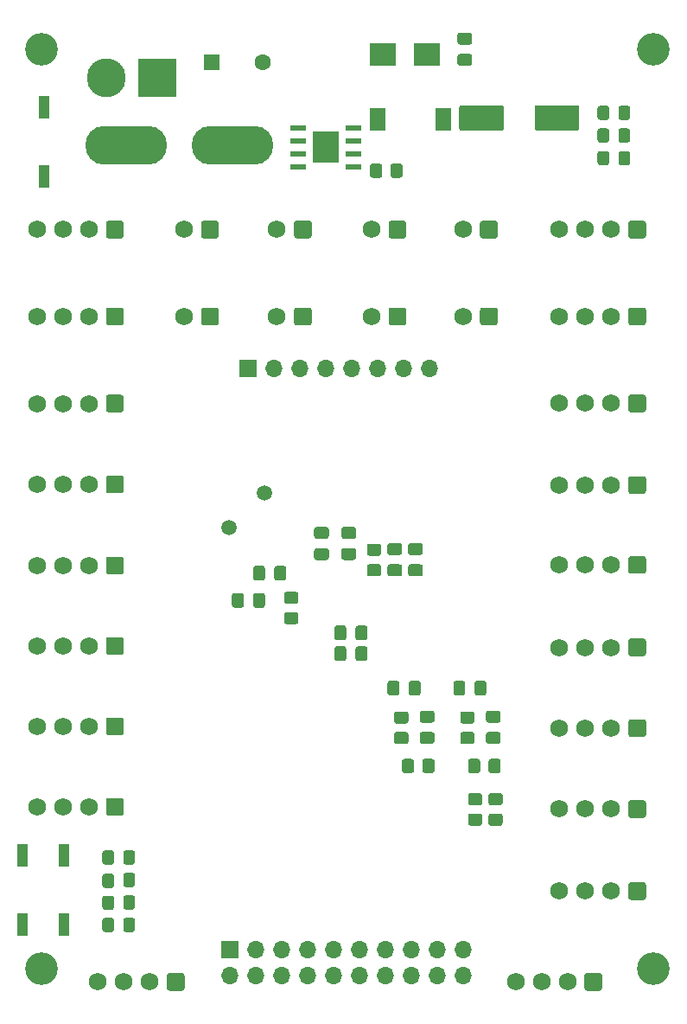
<source format=gts>
G04 #@! TF.GenerationSoftware,KiCad,Pcbnew,(5.1.10)-1*
G04 #@! TF.CreationDate,2021-09-30T10:00:51+08:00*
G04 #@! TF.ProjectId,internal_mainboard_V2.2,696e7465-726e-4616-9c5f-6d61696e626f,rev?*
G04 #@! TF.SameCoordinates,Original*
G04 #@! TF.FileFunction,Soldermask,Top*
G04 #@! TF.FilePolarity,Negative*
%FSLAX46Y46*%
G04 Gerber Fmt 4.6, Leading zero omitted, Abs format (unit mm)*
G04 Created by KiCad (PCBNEW (5.1.10)-1) date 2021-09-30 10:00:51*
%MOMM*%
%LPD*%
G01*
G04 APERTURE LIST*
%ADD10C,1.740000*%
%ADD11R,1.700000X1.700000*%
%ADD12O,1.700000X1.700000*%
%ADD13C,1.500000*%
%ADD14C,3.200000*%
%ADD15R,2.600000X3.100000*%
%ADD16R,1.550000X0.600000*%
%ADD17R,1.120000X2.160000*%
%ADD18R,1.500000X2.200000*%
%ADD19R,3.800000X3.800000*%
%ADD20C,3.800000*%
%ADD21O,8.000000X3.800000*%
%ADD22R,2.500000X2.300000*%
%ADD23R,1.600000X1.600000*%
%ADD24C,1.600000*%
G04 APERTURE END LIST*
G36*
G01*
X213722000Y-94884559D02*
X213722000Y-96123441D01*
G75*
G02*
X213471441Y-96374000I-250559J0D01*
G01*
X212232559Y-96374000D01*
G75*
G02*
X211982000Y-96123441I0J250559D01*
G01*
X211982000Y-94884559D01*
G75*
G02*
X212232559Y-94634000I250559J0D01*
G01*
X213471441Y-94634000D01*
G75*
G02*
X213722000Y-94884559I0J-250559D01*
G01*
G37*
D10*
X210312000Y-95504000D03*
X207772000Y-95504000D03*
X205232000Y-95504000D03*
G36*
G01*
X223041000Y-54751999D02*
X223041000Y-55992001D01*
G75*
G02*
X222791001Y-56242000I-249999J0D01*
G01*
X221550999Y-56242000D01*
G75*
G02*
X221301000Y-55992001I0J249999D01*
G01*
X221301000Y-54751999D01*
G75*
G02*
X221550999Y-54502000I249999J0D01*
G01*
X222791001Y-54502000D01*
G75*
G02*
X223041000Y-54751999I0J-249999D01*
G01*
G37*
X219631000Y-55372000D03*
G36*
G01*
X250377000Y-54751999D02*
X250377000Y-55992001D01*
G75*
G02*
X250127001Y-56242000I-249999J0D01*
G01*
X248886999Y-56242000D01*
G75*
G02*
X248637000Y-55992001I0J249999D01*
G01*
X248637000Y-54751999D01*
G75*
G02*
X248886999Y-54502000I249999J0D01*
G01*
X250127001Y-54502000D01*
G75*
G02*
X250377000Y-54751999I0J-249999D01*
G01*
G37*
X246967000Y-55372000D03*
G36*
G01*
X250377000Y-46242999D02*
X250377000Y-47483001D01*
G75*
G02*
X250127001Y-47733000I-249999J0D01*
G01*
X248886999Y-47733000D01*
G75*
G02*
X248637000Y-47483001I0J249999D01*
G01*
X248637000Y-46242999D01*
G75*
G02*
X248886999Y-45993000I249999J0D01*
G01*
X250127001Y-45993000D01*
G75*
G02*
X250377000Y-46242999I0J-249999D01*
G01*
G37*
X246967000Y-46863000D03*
G36*
G01*
X264903000Y-87145494D02*
X264903000Y-88384376D01*
G75*
G02*
X264652441Y-88634935I-250559J0D01*
G01*
X263413559Y-88634935D01*
G75*
G02*
X263163000Y-88384376I0J250559D01*
G01*
X263163000Y-87145494D01*
G75*
G02*
X263413559Y-86894935I250559J0D01*
G01*
X264652441Y-86894935D01*
G75*
G02*
X264903000Y-87145494I0J-250559D01*
G01*
G37*
X261493000Y-87764935D03*
X258953000Y-87764935D03*
X256413000Y-87764935D03*
G36*
G01*
X264903000Y-79073059D02*
X264903000Y-80311941D01*
G75*
G02*
X264652441Y-80562500I-250559J0D01*
G01*
X263413559Y-80562500D01*
G75*
G02*
X263163000Y-80311941I0J250559D01*
G01*
X263163000Y-79073059D01*
G75*
G02*
X263413559Y-78822500I250559J0D01*
G01*
X264652441Y-78822500D01*
G75*
G02*
X264903000Y-79073059I0J-250559D01*
G01*
G37*
X261493000Y-79692500D03*
X258953000Y-79692500D03*
X256413000Y-79692500D03*
G36*
G01*
X264903000Y-102972868D02*
X264903000Y-104211750D01*
G75*
G02*
X264652441Y-104462309I-250559J0D01*
G01*
X263413559Y-104462309D01*
G75*
G02*
X263163000Y-104211750I0J250559D01*
G01*
X263163000Y-102972868D01*
G75*
G02*
X263413559Y-102722309I250559J0D01*
G01*
X264652441Y-102722309D01*
G75*
G02*
X264903000Y-102972868I0J-250559D01*
G01*
G37*
X261493000Y-103592309D03*
X258953000Y-103592309D03*
X256413000Y-103592309D03*
D11*
X224155000Y-117348000D03*
D12*
X224155000Y-119888000D03*
X226695000Y-117348000D03*
X226695000Y-119888000D03*
X229235000Y-117348000D03*
X229235000Y-119888000D03*
X231775000Y-117348000D03*
X231775000Y-119888000D03*
X234315000Y-117348000D03*
X234315000Y-119888000D03*
X236855000Y-117348000D03*
X236855000Y-119888000D03*
X239395000Y-117348000D03*
X239395000Y-119888000D03*
X241935000Y-117348000D03*
X241935000Y-119888000D03*
X244475000Y-117348000D03*
X244475000Y-119888000D03*
X247015000Y-117348000D03*
X247015000Y-119888000D03*
G36*
G01*
X248611001Y-103232000D02*
X247710999Y-103232000D01*
G75*
G02*
X247461000Y-102982001I0J249999D01*
G01*
X247461000Y-102281999D01*
G75*
G02*
X247710999Y-102032000I249999J0D01*
G01*
X248611001Y-102032000D01*
G75*
G02*
X248861000Y-102281999I0J-249999D01*
G01*
X248861000Y-102982001D01*
G75*
G02*
X248611001Y-103232000I-249999J0D01*
G01*
G37*
G36*
G01*
X248611001Y-105232000D02*
X247710999Y-105232000D01*
G75*
G02*
X247461000Y-104982001I0J249999D01*
G01*
X247461000Y-104281999D01*
G75*
G02*
X247710999Y-104032000I249999J0D01*
G01*
X248611001Y-104032000D01*
G75*
G02*
X248861000Y-104281999I0J-249999D01*
G01*
X248861000Y-104982001D01*
G75*
G02*
X248611001Y-105232000I-249999J0D01*
G01*
G37*
G36*
G01*
X242184000Y-98927499D02*
X242184000Y-99827501D01*
G75*
G02*
X241934001Y-100077500I-249999J0D01*
G01*
X241233999Y-100077500D01*
G75*
G02*
X240984000Y-99827501I0J249999D01*
G01*
X240984000Y-98927499D01*
G75*
G02*
X241233999Y-98677500I249999J0D01*
G01*
X241934001Y-98677500D01*
G75*
G02*
X242184000Y-98927499I0J-249999D01*
G01*
G37*
G36*
G01*
X244184000Y-98927499D02*
X244184000Y-99827501D01*
G75*
G02*
X243934001Y-100077500I-249999J0D01*
G01*
X243233999Y-100077500D01*
G75*
G02*
X242984000Y-99827501I0J249999D01*
G01*
X242984000Y-98927499D01*
G75*
G02*
X243233999Y-98677500I249999J0D01*
G01*
X243934001Y-98677500D01*
G75*
G02*
X244184000Y-98927499I0J-249999D01*
G01*
G37*
G36*
G01*
X213722000Y-54752559D02*
X213722000Y-55991441D01*
G75*
G02*
X213471441Y-56242000I-250559J0D01*
G01*
X212232559Y-56242000D01*
G75*
G02*
X211982000Y-55991441I0J250559D01*
G01*
X211982000Y-54752559D01*
G75*
G02*
X212232559Y-54502000I250559J0D01*
G01*
X213471441Y-54502000D01*
G75*
G02*
X213722000Y-54752559I0J-250559D01*
G01*
G37*
D10*
X210312000Y-55372000D03*
X207772000Y-55372000D03*
X205232000Y-55372000D03*
D13*
X224028000Y-76073000D03*
X227478681Y-72622319D03*
D14*
X205635000Y-29238030D03*
X265634980Y-29238030D03*
X265634980Y-119238000D03*
X205635000Y-119238000D03*
D15*
X233553000Y-38796000D03*
D16*
X230853000Y-36891000D03*
X230853000Y-38161000D03*
X230853000Y-39431000D03*
X230853000Y-40701000D03*
X236253000Y-40701000D03*
X236253000Y-39431000D03*
X236253000Y-38161000D03*
X236253000Y-36891000D03*
D17*
X205930500Y-41655500D03*
X205930500Y-34925500D03*
X207899000Y-114871000D03*
X207899000Y-108141000D03*
X203771500Y-114871000D03*
X203771500Y-108141000D03*
G36*
G01*
X250611001Y-103232000D02*
X249710999Y-103232000D01*
G75*
G02*
X249461000Y-102982001I0J249999D01*
G01*
X249461000Y-102281999D01*
G75*
G02*
X249710999Y-102032000I249999J0D01*
G01*
X250611001Y-102032000D01*
G75*
G02*
X250861000Y-102281999I0J-249999D01*
G01*
X250861000Y-102982001D01*
G75*
G02*
X250611001Y-103232000I-249999J0D01*
G01*
G37*
G36*
G01*
X250611001Y-105232000D02*
X249710999Y-105232000D01*
G75*
G02*
X249461000Y-104982001I0J249999D01*
G01*
X249461000Y-104281999D01*
G75*
G02*
X249710999Y-104032000I249999J0D01*
G01*
X250611001Y-104032000D01*
G75*
G02*
X250861000Y-104281999I0J-249999D01*
G01*
X250861000Y-104982001D01*
G75*
G02*
X250611001Y-105232000I-249999J0D01*
G01*
G37*
G36*
G01*
X239058000Y-40650999D02*
X239058000Y-41551001D01*
G75*
G02*
X238808001Y-41801000I-249999J0D01*
G01*
X238107999Y-41801000D01*
G75*
G02*
X237858000Y-41551001I0J249999D01*
G01*
X237858000Y-40650999D01*
G75*
G02*
X238107999Y-40401000I249999J0D01*
G01*
X238808001Y-40401000D01*
G75*
G02*
X239058000Y-40650999I0J-249999D01*
G01*
G37*
G36*
G01*
X241058000Y-40650999D02*
X241058000Y-41551001D01*
G75*
G02*
X240808001Y-41801000I-249999J0D01*
G01*
X240107999Y-41801000D01*
G75*
G02*
X239858000Y-41551001I0J249999D01*
G01*
X239858000Y-40650999D01*
G75*
G02*
X240107999Y-40401000I249999J0D01*
G01*
X240808001Y-40401000D01*
G75*
G02*
X241058000Y-40650999I0J-249999D01*
G01*
G37*
G36*
G01*
X240468999Y-96041000D02*
X241369001Y-96041000D01*
G75*
G02*
X241619000Y-96290999I0J-249999D01*
G01*
X241619000Y-96991001D01*
G75*
G02*
X241369001Y-97241000I-249999J0D01*
G01*
X240468999Y-97241000D01*
G75*
G02*
X240219000Y-96991001I0J249999D01*
G01*
X240219000Y-96290999D01*
G75*
G02*
X240468999Y-96041000I249999J0D01*
G01*
G37*
G36*
G01*
X240468999Y-94041000D02*
X241369001Y-94041000D01*
G75*
G02*
X241619000Y-94290999I0J-249999D01*
G01*
X241619000Y-94991001D01*
G75*
G02*
X241369001Y-95241000I-249999J0D01*
G01*
X240468999Y-95241000D01*
G75*
G02*
X240219000Y-94991001I0J249999D01*
G01*
X240219000Y-94290999D01*
G75*
G02*
X240468999Y-94041000I249999J0D01*
G01*
G37*
G36*
G01*
X248661000Y-98927499D02*
X248661000Y-99827501D01*
G75*
G02*
X248411001Y-100077500I-249999J0D01*
G01*
X247710999Y-100077500D01*
G75*
G02*
X247461000Y-99827501I0J249999D01*
G01*
X247461000Y-98927499D01*
G75*
G02*
X247710999Y-98677500I249999J0D01*
G01*
X248411001Y-98677500D01*
G75*
G02*
X248661000Y-98927499I0J-249999D01*
G01*
G37*
G36*
G01*
X250661000Y-98927499D02*
X250661000Y-99827501D01*
G75*
G02*
X250411001Y-100077500I-249999J0D01*
G01*
X249710999Y-100077500D01*
G75*
G02*
X249461000Y-99827501I0J249999D01*
G01*
X249461000Y-98927499D01*
G75*
G02*
X249710999Y-98677500I249999J0D01*
G01*
X250411001Y-98677500D01*
G75*
G02*
X250661000Y-98927499I0J-249999D01*
G01*
G37*
G36*
G01*
X246945999Y-96041000D02*
X247846001Y-96041000D01*
G75*
G02*
X248096000Y-96290999I0J-249999D01*
G01*
X248096000Y-96991001D01*
G75*
G02*
X247846001Y-97241000I-249999J0D01*
G01*
X246945999Y-97241000D01*
G75*
G02*
X246696000Y-96991001I0J249999D01*
G01*
X246696000Y-96290999D01*
G75*
G02*
X246945999Y-96041000I249999J0D01*
G01*
G37*
G36*
G01*
X246945999Y-94041000D02*
X247846001Y-94041000D01*
G75*
G02*
X248096000Y-94290999I0J-249999D01*
G01*
X248096000Y-94991001D01*
G75*
G02*
X247846001Y-95241000I-249999J0D01*
G01*
X246945999Y-95241000D01*
G75*
G02*
X246696000Y-94991001I0J249999D01*
G01*
X246696000Y-94290999D01*
G75*
G02*
X246945999Y-94041000I249999J0D01*
G01*
G37*
G36*
G01*
X237801999Y-79609500D02*
X238702001Y-79609500D01*
G75*
G02*
X238952000Y-79859499I0J-249999D01*
G01*
X238952000Y-80559501D01*
G75*
G02*
X238702001Y-80809500I-249999J0D01*
G01*
X237801999Y-80809500D01*
G75*
G02*
X237552000Y-80559501I0J249999D01*
G01*
X237552000Y-79859499D01*
G75*
G02*
X237801999Y-79609500I249999J0D01*
G01*
G37*
G36*
G01*
X237801999Y-77609500D02*
X238702001Y-77609500D01*
G75*
G02*
X238952000Y-77859499I0J-249999D01*
G01*
X238952000Y-78559501D01*
G75*
G02*
X238702001Y-78809500I-249999J0D01*
G01*
X237801999Y-78809500D01*
G75*
G02*
X237552000Y-78559501I0J249999D01*
G01*
X237552000Y-77859499D01*
G75*
G02*
X237801999Y-77609500I249999J0D01*
G01*
G37*
G36*
G01*
X229695999Y-84316000D02*
X230596001Y-84316000D01*
G75*
G02*
X230846000Y-84565999I0J-249999D01*
G01*
X230846000Y-85266001D01*
G75*
G02*
X230596001Y-85516000I-249999J0D01*
G01*
X229695999Y-85516000D01*
G75*
G02*
X229446000Y-85266001I0J249999D01*
G01*
X229446000Y-84565999D01*
G75*
G02*
X229695999Y-84316000I249999J0D01*
G01*
G37*
G36*
G01*
X229695999Y-82316000D02*
X230596001Y-82316000D01*
G75*
G02*
X230846000Y-82565999I0J-249999D01*
G01*
X230846000Y-83266001D01*
G75*
G02*
X230596001Y-83516000I-249999J0D01*
G01*
X229695999Y-83516000D01*
G75*
G02*
X229446000Y-83266001I0J249999D01*
G01*
X229446000Y-82565999D01*
G75*
G02*
X229695999Y-82316000I249999J0D01*
G01*
G37*
D18*
X238608000Y-36091000D03*
X245008000Y-36091000D03*
G36*
G01*
X223041000Y-46242999D02*
X223041000Y-47483001D01*
G75*
G02*
X222791001Y-47733000I-249999J0D01*
G01*
X221550999Y-47733000D01*
G75*
G02*
X221301000Y-47483001I0J249999D01*
G01*
X221301000Y-46242999D01*
G75*
G02*
X221550999Y-45993000I249999J0D01*
G01*
X222791001Y-45993000D01*
G75*
G02*
X223041000Y-46242999I0J-249999D01*
G01*
G37*
D10*
X219631000Y-46863000D03*
G36*
G01*
X232153000Y-46242999D02*
X232153000Y-47483001D01*
G75*
G02*
X231903001Y-47733000I-249999J0D01*
G01*
X230662999Y-47733000D01*
G75*
G02*
X230413000Y-47483001I0J249999D01*
G01*
X230413000Y-46242999D01*
G75*
G02*
X230662999Y-45993000I249999J0D01*
G01*
X231903001Y-45993000D01*
G75*
G02*
X232153000Y-46242999I0J-249999D01*
G01*
G37*
X228743000Y-46863000D03*
D11*
X225933000Y-60452000D03*
D12*
X228473000Y-60452000D03*
X231013000Y-60452000D03*
X233553000Y-60452000D03*
X236093000Y-60452000D03*
X238633000Y-60452000D03*
X241173000Y-60452000D03*
X243713000Y-60452000D03*
G36*
G01*
X219691000Y-119888559D02*
X219691000Y-121127441D01*
G75*
G02*
X219440441Y-121378000I-250559J0D01*
G01*
X218201559Y-121378000D01*
G75*
G02*
X217951000Y-121127441I0J250559D01*
G01*
X217951000Y-119888559D01*
G75*
G02*
X218201559Y-119638000I250559J0D01*
G01*
X219440441Y-119638000D01*
G75*
G02*
X219691000Y-119888559I0J-250559D01*
G01*
G37*
D10*
X216281000Y-120508000D03*
X213741000Y-120508000D03*
X211201000Y-120508000D03*
D19*
X217043000Y-32004000D03*
D20*
X212043000Y-32004000D03*
G36*
G01*
X232153000Y-54751999D02*
X232153000Y-55992001D01*
G75*
G02*
X231903001Y-56242000I-249999J0D01*
G01*
X230662999Y-56242000D01*
G75*
G02*
X230413000Y-55992001I0J249999D01*
G01*
X230413000Y-54751999D01*
G75*
G02*
X230662999Y-54502000I249999J0D01*
G01*
X231903001Y-54502000D01*
G75*
G02*
X232153000Y-54751999I0J-249999D01*
G01*
G37*
D10*
X228743000Y-55372000D03*
G36*
G01*
X213722000Y-102758559D02*
X213722000Y-103997441D01*
G75*
G02*
X213471441Y-104248000I-250559J0D01*
G01*
X212232559Y-104248000D01*
G75*
G02*
X211982000Y-103997441I0J250559D01*
G01*
X211982000Y-102758559D01*
G75*
G02*
X212232559Y-102508000I250559J0D01*
G01*
X213471441Y-102508000D01*
G75*
G02*
X213722000Y-102758559I0J-250559D01*
G01*
G37*
X210312000Y-103378000D03*
X207772000Y-103378000D03*
X205232000Y-103378000D03*
G36*
G01*
X213722000Y-46243559D02*
X213722000Y-47482441D01*
G75*
G02*
X213471441Y-47733000I-250559J0D01*
G01*
X212232559Y-47733000D01*
G75*
G02*
X211982000Y-47482441I0J250559D01*
G01*
X211982000Y-46243559D01*
G75*
G02*
X212232559Y-45993000I250559J0D01*
G01*
X213471441Y-45993000D01*
G75*
G02*
X213722000Y-46243559I0J-250559D01*
G01*
G37*
X210312000Y-46863000D03*
X207772000Y-46863000D03*
X205232000Y-46863000D03*
G36*
G01*
X241408000Y-46242999D02*
X241408000Y-47483001D01*
G75*
G02*
X241158001Y-47733000I-249999J0D01*
G01*
X239917999Y-47733000D01*
G75*
G02*
X239668000Y-47483001I0J249999D01*
G01*
X239668000Y-46242999D01*
G75*
G02*
X239917999Y-45993000I249999J0D01*
G01*
X241158001Y-45993000D01*
G75*
G02*
X241408000Y-46242999I0J-249999D01*
G01*
G37*
X237998000Y-46863000D03*
G36*
G01*
X241408000Y-54751999D02*
X241408000Y-55992001D01*
G75*
G02*
X241158001Y-56242000I-249999J0D01*
G01*
X239917999Y-56242000D01*
G75*
G02*
X239668000Y-55992001I0J249999D01*
G01*
X239668000Y-54751999D01*
G75*
G02*
X239917999Y-54502000I249999J0D01*
G01*
X241158001Y-54502000D01*
G75*
G02*
X241408000Y-54751999I0J-249999D01*
G01*
G37*
X237998000Y-55372000D03*
G36*
G01*
X264903000Y-63261559D02*
X264903000Y-64500441D01*
G75*
G02*
X264652441Y-64751000I-250559J0D01*
G01*
X263413559Y-64751000D01*
G75*
G02*
X263163000Y-64500441I0J250559D01*
G01*
X263163000Y-63261559D01*
G75*
G02*
X263413559Y-63011000I250559J0D01*
G01*
X264652441Y-63011000D01*
G75*
G02*
X264903000Y-63261559I0J-250559D01*
G01*
G37*
X261493000Y-63881000D03*
X258953000Y-63881000D03*
X256413000Y-63881000D03*
G36*
G01*
X264903000Y-71262559D02*
X264903000Y-72501441D01*
G75*
G02*
X264652441Y-72752000I-250559J0D01*
G01*
X263413559Y-72752000D01*
G75*
G02*
X263163000Y-72501441I0J250559D01*
G01*
X263163000Y-71262559D01*
G75*
G02*
X263413559Y-71012000I250559J0D01*
G01*
X264652441Y-71012000D01*
G75*
G02*
X264903000Y-71262559I0J-250559D01*
G01*
G37*
X261493000Y-71882000D03*
X258953000Y-71882000D03*
X256413000Y-71882000D03*
G36*
G01*
X213722000Y-71191120D02*
X213722000Y-72430002D01*
G75*
G02*
X213471441Y-72680561I-250559J0D01*
G01*
X212232559Y-72680561D01*
G75*
G02*
X211982000Y-72430002I0J250559D01*
G01*
X211982000Y-71191120D01*
G75*
G02*
X212232559Y-70940561I250559J0D01*
G01*
X213471441Y-70940561D01*
G75*
G02*
X213722000Y-71191120I0J-250559D01*
G01*
G37*
X210312000Y-71810561D03*
X207772000Y-71810561D03*
X205232000Y-71810561D03*
G36*
G01*
X213722000Y-63277433D02*
X213722000Y-64516315D01*
G75*
G02*
X213471441Y-64766874I-250559J0D01*
G01*
X212232559Y-64766874D01*
G75*
G02*
X211982000Y-64516315I0J250559D01*
G01*
X211982000Y-63277433D01*
G75*
G02*
X212232559Y-63026874I250559J0D01*
G01*
X213471441Y-63026874D01*
G75*
G02*
X213722000Y-63277433I0J-250559D01*
G01*
G37*
X210312000Y-63896874D03*
X207772000Y-63896874D03*
X205232000Y-63896874D03*
G36*
G01*
X264903000Y-110998559D02*
X264903000Y-112237441D01*
G75*
G02*
X264652441Y-112488000I-250559J0D01*
G01*
X263413559Y-112488000D01*
G75*
G02*
X263163000Y-112237441I0J250559D01*
G01*
X263163000Y-110998559D01*
G75*
G02*
X263413559Y-110748000I250559J0D01*
G01*
X264652441Y-110748000D01*
G75*
G02*
X264903000Y-110998559I0J-250559D01*
G01*
G37*
X261493000Y-111618000D03*
X258953000Y-111618000D03*
X256413000Y-111618000D03*
G36*
G01*
X264903000Y-46243559D02*
X264903000Y-47482441D01*
G75*
G02*
X264652441Y-47733000I-250559J0D01*
G01*
X263413559Y-47733000D01*
G75*
G02*
X263163000Y-47482441I0J250559D01*
G01*
X263163000Y-46243559D01*
G75*
G02*
X263413559Y-45993000I250559J0D01*
G01*
X264652441Y-45993000D01*
G75*
G02*
X264903000Y-46243559I0J-250559D01*
G01*
G37*
X261493000Y-46863000D03*
X258953000Y-46863000D03*
X256413000Y-46863000D03*
G36*
G01*
X264903000Y-54752559D02*
X264903000Y-55991441D01*
G75*
G02*
X264652441Y-56242000I-250559J0D01*
G01*
X263413559Y-56242000D01*
G75*
G02*
X263163000Y-55991441I0J250559D01*
G01*
X263163000Y-54752559D01*
G75*
G02*
X263413559Y-54502000I250559J0D01*
G01*
X264652441Y-54502000D01*
G75*
G02*
X264903000Y-54752559I0J-250559D01*
G01*
G37*
X261493000Y-55372000D03*
X258953000Y-55372000D03*
X256413000Y-55372000D03*
G36*
G01*
X264903000Y-95059181D02*
X264903000Y-96298063D01*
G75*
G02*
X264652441Y-96548622I-250559J0D01*
G01*
X263413559Y-96548622D01*
G75*
G02*
X263163000Y-96298063I0J250559D01*
G01*
X263163000Y-95059181D01*
G75*
G02*
X263413559Y-94808622I250559J0D01*
G01*
X264652441Y-94808622D01*
G75*
G02*
X264903000Y-95059181I0J-250559D01*
G01*
G37*
X261493000Y-95678622D03*
X258953000Y-95678622D03*
X256413000Y-95678622D03*
G36*
G01*
X213722000Y-87010559D02*
X213722000Y-88249441D01*
G75*
G02*
X213471441Y-88500000I-250559J0D01*
G01*
X212232559Y-88500000D01*
G75*
G02*
X211982000Y-88249441I0J250559D01*
G01*
X211982000Y-87010559D01*
G75*
G02*
X212232559Y-86760000I250559J0D01*
G01*
X213471441Y-86760000D01*
G75*
G02*
X213722000Y-87010559I0J-250559D01*
G01*
G37*
X210312000Y-87630000D03*
X207772000Y-87630000D03*
X205232000Y-87630000D03*
G36*
G01*
X260607000Y-119888559D02*
X260607000Y-121127441D01*
G75*
G02*
X260356441Y-121378000I-250559J0D01*
G01*
X259117559Y-121378000D01*
G75*
G02*
X258867000Y-121127441I0J250559D01*
G01*
X258867000Y-119888559D01*
G75*
G02*
X259117559Y-119638000I250559J0D01*
G01*
X260356441Y-119638000D01*
G75*
G02*
X260607000Y-119888559I0J-250559D01*
G01*
G37*
X257197000Y-120508000D03*
X254657000Y-120508000D03*
X252117000Y-120508000D03*
G36*
G01*
X213722000Y-79136559D02*
X213722000Y-80375441D01*
G75*
G02*
X213471441Y-80626000I-250559J0D01*
G01*
X212232559Y-80626000D01*
G75*
G02*
X211982000Y-80375441I0J250559D01*
G01*
X211982000Y-79136559D01*
G75*
G02*
X212232559Y-78886000I250559J0D01*
G01*
X213471441Y-78886000D01*
G75*
G02*
X213722000Y-79136559I0J-250559D01*
G01*
G37*
X210312000Y-79756000D03*
X207772000Y-79756000D03*
X205232000Y-79756000D03*
D21*
X213995000Y-38608000D03*
X224409000Y-38608000D03*
G36*
G01*
X263347000Y-34982999D02*
X263347000Y-35883001D01*
G75*
G02*
X263097001Y-36133000I-249999J0D01*
G01*
X262446999Y-36133000D01*
G75*
G02*
X262197000Y-35883001I0J249999D01*
G01*
X262197000Y-34982999D01*
G75*
G02*
X262446999Y-34733000I249999J0D01*
G01*
X263097001Y-34733000D01*
G75*
G02*
X263347000Y-34982999I0J-249999D01*
G01*
G37*
G36*
G01*
X261297000Y-34982999D02*
X261297000Y-35883001D01*
G75*
G02*
X261047001Y-36133000I-249999J0D01*
G01*
X260396999Y-36133000D01*
G75*
G02*
X260147000Y-35883001I0J249999D01*
G01*
X260147000Y-34982999D01*
G75*
G02*
X260396999Y-34733000I249999J0D01*
G01*
X261047001Y-34733000D01*
G75*
G02*
X261297000Y-34982999I0J-249999D01*
G01*
G37*
G36*
G01*
X263347000Y-37205499D02*
X263347000Y-38105501D01*
G75*
G02*
X263097001Y-38355500I-249999J0D01*
G01*
X262446999Y-38355500D01*
G75*
G02*
X262197000Y-38105501I0J249999D01*
G01*
X262197000Y-37205499D01*
G75*
G02*
X262446999Y-36955500I249999J0D01*
G01*
X263097001Y-36955500D01*
G75*
G02*
X263347000Y-37205499I0J-249999D01*
G01*
G37*
G36*
G01*
X261297000Y-37205499D02*
X261297000Y-38105501D01*
G75*
G02*
X261047001Y-38355500I-249999J0D01*
G01*
X260396999Y-38355500D01*
G75*
G02*
X260147000Y-38105501I0J249999D01*
G01*
X260147000Y-37205499D01*
G75*
G02*
X260396999Y-36955500I249999J0D01*
G01*
X261047001Y-36955500D01*
G75*
G02*
X261297000Y-37205499I0J-249999D01*
G01*
G37*
G36*
G01*
X263347000Y-39427999D02*
X263347000Y-40328001D01*
G75*
G02*
X263097001Y-40578000I-249999J0D01*
G01*
X262446999Y-40578000D01*
G75*
G02*
X262197000Y-40328001I0J249999D01*
G01*
X262197000Y-39427999D01*
G75*
G02*
X262446999Y-39178000I249999J0D01*
G01*
X263097001Y-39178000D01*
G75*
G02*
X263347000Y-39427999I0J-249999D01*
G01*
G37*
G36*
G01*
X261297000Y-39427999D02*
X261297000Y-40328001D01*
G75*
G02*
X261047001Y-40578000I-249999J0D01*
G01*
X260396999Y-40578000D01*
G75*
G02*
X260147000Y-40328001I0J249999D01*
G01*
X260147000Y-39427999D01*
G75*
G02*
X260396999Y-39178000I249999J0D01*
G01*
X261047001Y-39178000D01*
G75*
G02*
X261297000Y-39427999I0J-249999D01*
G01*
G37*
D22*
X239108000Y-29685000D03*
X243408000Y-29685000D03*
G36*
G01*
X214833000Y-114484999D02*
X214833000Y-115385001D01*
G75*
G02*
X214583001Y-115635000I-249999J0D01*
G01*
X213932999Y-115635000D01*
G75*
G02*
X213683000Y-115385001I0J249999D01*
G01*
X213683000Y-114484999D01*
G75*
G02*
X213932999Y-114235000I249999J0D01*
G01*
X214583001Y-114235000D01*
G75*
G02*
X214833000Y-114484999I0J-249999D01*
G01*
G37*
G36*
G01*
X212783000Y-114484999D02*
X212783000Y-115385001D01*
G75*
G02*
X212533001Y-115635000I-249999J0D01*
G01*
X211882999Y-115635000D01*
G75*
G02*
X211633000Y-115385001I0J249999D01*
G01*
X211633000Y-114484999D01*
G75*
G02*
X211882999Y-114235000I249999J0D01*
G01*
X212533001Y-114235000D01*
G75*
G02*
X212783000Y-114484999I0J-249999D01*
G01*
G37*
G36*
G01*
X214833000Y-112283666D02*
X214833000Y-113183668D01*
G75*
G02*
X214583001Y-113433667I-249999J0D01*
G01*
X213932999Y-113433667D01*
G75*
G02*
X213683000Y-113183668I0J249999D01*
G01*
X213683000Y-112283666D01*
G75*
G02*
X213932999Y-112033667I249999J0D01*
G01*
X214583001Y-112033667D01*
G75*
G02*
X214833000Y-112283666I0J-249999D01*
G01*
G37*
G36*
G01*
X212783000Y-112325999D02*
X212783000Y-113226001D01*
G75*
G02*
X212533001Y-113476000I-249999J0D01*
G01*
X211882999Y-113476000D01*
G75*
G02*
X211633000Y-113226001I0J249999D01*
G01*
X211633000Y-112325999D01*
G75*
G02*
X211882999Y-112076000I249999J0D01*
G01*
X212533001Y-112076000D01*
G75*
G02*
X212783000Y-112325999I0J-249999D01*
G01*
G37*
G36*
G01*
X214833000Y-110082333D02*
X214833000Y-110982335D01*
G75*
G02*
X214583001Y-111232334I-249999J0D01*
G01*
X213932999Y-111232334D01*
G75*
G02*
X213683000Y-110982335I0J249999D01*
G01*
X213683000Y-110082333D01*
G75*
G02*
X213932999Y-109832334I249999J0D01*
G01*
X214583001Y-109832334D01*
G75*
G02*
X214833000Y-110082333I0J-249999D01*
G01*
G37*
G36*
G01*
X212783000Y-110166999D02*
X212783000Y-111067001D01*
G75*
G02*
X212533001Y-111317000I-249999J0D01*
G01*
X211882999Y-111317000D01*
G75*
G02*
X211633000Y-111067001I0J249999D01*
G01*
X211633000Y-110166999D01*
G75*
G02*
X211882999Y-109917000I249999J0D01*
G01*
X212533001Y-109917000D01*
G75*
G02*
X212783000Y-110166999I0J-249999D01*
G01*
G37*
G36*
G01*
X214833000Y-107880999D02*
X214833000Y-108781001D01*
G75*
G02*
X214583001Y-109031000I-249999J0D01*
G01*
X213932999Y-109031000D01*
G75*
G02*
X213683000Y-108781001I0J249999D01*
G01*
X213683000Y-107880999D01*
G75*
G02*
X213932999Y-107631000I249999J0D01*
G01*
X214583001Y-107631000D01*
G75*
G02*
X214833000Y-107880999I0J-249999D01*
G01*
G37*
G36*
G01*
X212783000Y-107880999D02*
X212783000Y-108781001D01*
G75*
G02*
X212533001Y-109031000I-249999J0D01*
G01*
X211882999Y-109031000D01*
G75*
G02*
X211633000Y-108781001I0J249999D01*
G01*
X211633000Y-107880999D01*
G75*
G02*
X211882999Y-107631000I249999J0D01*
G01*
X212533001Y-107631000D01*
G75*
G02*
X212783000Y-107880999I0J-249999D01*
G01*
G37*
D23*
X222377000Y-30480000D03*
D24*
X227377000Y-30480000D03*
G36*
G01*
X246576000Y-36941000D02*
X246576000Y-34941000D01*
G75*
G02*
X246826000Y-34691000I250000J0D01*
G01*
X250726000Y-34691000D01*
G75*
G02*
X250976000Y-34941000I0J-250000D01*
G01*
X250976000Y-36941000D01*
G75*
G02*
X250726000Y-37191000I-250000J0D01*
G01*
X246826000Y-37191000D01*
G75*
G02*
X246576000Y-36941000I0J250000D01*
G01*
G37*
G36*
G01*
X253976000Y-36941000D02*
X253976000Y-34941000D01*
G75*
G02*
X254226000Y-34691000I250000J0D01*
G01*
X258126000Y-34691000D01*
G75*
G02*
X258376000Y-34941000I0J-250000D01*
G01*
X258376000Y-36941000D01*
G75*
G02*
X258126000Y-37191000I-250000J0D01*
G01*
X254226000Y-37191000D01*
G75*
G02*
X253976000Y-36941000I0J250000D01*
G01*
G37*
G36*
G01*
X247617000Y-30835000D02*
X246667000Y-30835000D01*
G75*
G02*
X246417000Y-30585000I0J250000D01*
G01*
X246417000Y-29910000D01*
G75*
G02*
X246667000Y-29660000I250000J0D01*
G01*
X247617000Y-29660000D01*
G75*
G02*
X247867000Y-29910000I0J-250000D01*
G01*
X247867000Y-30585000D01*
G75*
G02*
X247617000Y-30835000I-250000J0D01*
G01*
G37*
G36*
G01*
X247617000Y-28760000D02*
X246667000Y-28760000D01*
G75*
G02*
X246417000Y-28510000I0J250000D01*
G01*
X246417000Y-27835000D01*
G75*
G02*
X246667000Y-27585000I250000J0D01*
G01*
X247617000Y-27585000D01*
G75*
G02*
X247867000Y-27835000I0J-250000D01*
G01*
X247867000Y-28510000D01*
G75*
G02*
X247617000Y-28760000I-250000J0D01*
G01*
G37*
G36*
G01*
X242984000Y-93966000D02*
X243934000Y-93966000D01*
G75*
G02*
X244184000Y-94216000I0J-250000D01*
G01*
X244184000Y-94891000D01*
G75*
G02*
X243934000Y-95141000I-250000J0D01*
G01*
X242984000Y-95141000D01*
G75*
G02*
X242734000Y-94891000I0J250000D01*
G01*
X242734000Y-94216000D01*
G75*
G02*
X242984000Y-93966000I250000J0D01*
G01*
G37*
G36*
G01*
X242984000Y-96041000D02*
X243934000Y-96041000D01*
G75*
G02*
X244184000Y-96291000I0J-250000D01*
G01*
X244184000Y-96966000D01*
G75*
G02*
X243934000Y-97216000I-250000J0D01*
G01*
X242984000Y-97216000D01*
G75*
G02*
X242734000Y-96966000I0J250000D01*
G01*
X242734000Y-96291000D01*
G75*
G02*
X242984000Y-96041000I250000J0D01*
G01*
G37*
G36*
G01*
X249461000Y-93966000D02*
X250411000Y-93966000D01*
G75*
G02*
X250661000Y-94216000I0J-250000D01*
G01*
X250661000Y-94891000D01*
G75*
G02*
X250411000Y-95141000I-250000J0D01*
G01*
X249461000Y-95141000D01*
G75*
G02*
X249211000Y-94891000I0J250000D01*
G01*
X249211000Y-94216000D01*
G75*
G02*
X249461000Y-93966000I250000J0D01*
G01*
G37*
G36*
G01*
X249461000Y-96041000D02*
X250411000Y-96041000D01*
G75*
G02*
X250661000Y-96291000I0J-250000D01*
G01*
X250661000Y-96966000D01*
G75*
G02*
X250411000Y-97216000I-250000J0D01*
G01*
X249461000Y-97216000D01*
G75*
G02*
X249211000Y-96966000I0J250000D01*
G01*
X249211000Y-96291000D01*
G75*
G02*
X249461000Y-96041000I250000J0D01*
G01*
G37*
G36*
G01*
X239570000Y-92232500D02*
X239570000Y-91282500D01*
G75*
G02*
X239820000Y-91032500I250000J0D01*
G01*
X240495000Y-91032500D01*
G75*
G02*
X240745000Y-91282500I0J-250000D01*
G01*
X240745000Y-92232500D01*
G75*
G02*
X240495000Y-92482500I-250000J0D01*
G01*
X239820000Y-92482500D01*
G75*
G02*
X239570000Y-92232500I0J250000D01*
G01*
G37*
G36*
G01*
X241645000Y-92232500D02*
X241645000Y-91282500D01*
G75*
G02*
X241895000Y-91032500I250000J0D01*
G01*
X242570000Y-91032500D01*
G75*
G02*
X242820000Y-91282500I0J-250000D01*
G01*
X242820000Y-92232500D01*
G75*
G02*
X242570000Y-92482500I-250000J0D01*
G01*
X241895000Y-92482500D01*
G75*
G02*
X241645000Y-92232500I0J250000D01*
G01*
G37*
G36*
G01*
X246025000Y-92232500D02*
X246025000Y-91282500D01*
G75*
G02*
X246275000Y-91032500I250000J0D01*
G01*
X246950000Y-91032500D01*
G75*
G02*
X247200000Y-91282500I0J-250000D01*
G01*
X247200000Y-92232500D01*
G75*
G02*
X246950000Y-92482500I-250000J0D01*
G01*
X246275000Y-92482500D01*
G75*
G02*
X246025000Y-92232500I0J250000D01*
G01*
G37*
G36*
G01*
X248100000Y-92232500D02*
X248100000Y-91282500D01*
G75*
G02*
X248350000Y-91032500I250000J0D01*
G01*
X249025000Y-91032500D01*
G75*
G02*
X249275000Y-91282500I0J-250000D01*
G01*
X249275000Y-92232500D01*
G75*
G02*
X249025000Y-92482500I-250000J0D01*
G01*
X248350000Y-92482500D01*
G75*
G02*
X248100000Y-92232500I0J250000D01*
G01*
G37*
G36*
G01*
X227580000Y-82695000D02*
X227580000Y-83645000D01*
G75*
G02*
X227330000Y-83895000I-250000J0D01*
G01*
X226655000Y-83895000D01*
G75*
G02*
X226405000Y-83645000I0J250000D01*
G01*
X226405000Y-82695000D01*
G75*
G02*
X226655000Y-82445000I250000J0D01*
G01*
X227330000Y-82445000D01*
G75*
G02*
X227580000Y-82695000I0J-250000D01*
G01*
G37*
G36*
G01*
X225505000Y-82695000D02*
X225505000Y-83645000D01*
G75*
G02*
X225255000Y-83895000I-250000J0D01*
G01*
X224580000Y-83895000D01*
G75*
G02*
X224330000Y-83645000I0J250000D01*
G01*
X224330000Y-82695000D01*
G75*
G02*
X224580000Y-82445000I250000J0D01*
G01*
X225255000Y-82445000D01*
G75*
G02*
X225505000Y-82695000I0J-250000D01*
G01*
G37*
G36*
G01*
X237613000Y-87902000D02*
X237613000Y-88852000D01*
G75*
G02*
X237363000Y-89102000I-250000J0D01*
G01*
X236688000Y-89102000D01*
G75*
G02*
X236438000Y-88852000I0J250000D01*
G01*
X236438000Y-87902000D01*
G75*
G02*
X236688000Y-87652000I250000J0D01*
G01*
X237363000Y-87652000D01*
G75*
G02*
X237613000Y-87902000I0J-250000D01*
G01*
G37*
G36*
G01*
X235538000Y-87902000D02*
X235538000Y-88852000D01*
G75*
G02*
X235288000Y-89102000I-250000J0D01*
G01*
X234613000Y-89102000D01*
G75*
G02*
X234363000Y-88852000I0J250000D01*
G01*
X234363000Y-87902000D01*
G75*
G02*
X234613000Y-87652000I250000J0D01*
G01*
X235288000Y-87652000D01*
G75*
G02*
X235538000Y-87902000I0J-250000D01*
G01*
G37*
G36*
G01*
X232633500Y-75972000D02*
X233583500Y-75972000D01*
G75*
G02*
X233833500Y-76222000I0J-250000D01*
G01*
X233833500Y-76897000D01*
G75*
G02*
X233583500Y-77147000I-250000J0D01*
G01*
X232633500Y-77147000D01*
G75*
G02*
X232383500Y-76897000I0J250000D01*
G01*
X232383500Y-76222000D01*
G75*
G02*
X232633500Y-75972000I250000J0D01*
G01*
G37*
G36*
G01*
X232633500Y-78047000D02*
X233583500Y-78047000D01*
G75*
G02*
X233833500Y-78297000I0J-250000D01*
G01*
X233833500Y-78972000D01*
G75*
G02*
X233583500Y-79222000I-250000J0D01*
G01*
X232633500Y-79222000D01*
G75*
G02*
X232383500Y-78972000I0J250000D01*
G01*
X232383500Y-78297000D01*
G75*
G02*
X232633500Y-78047000I250000J0D01*
G01*
G37*
G36*
G01*
X229655000Y-80028000D02*
X229655000Y-80978000D01*
G75*
G02*
X229405000Y-81228000I-250000J0D01*
G01*
X228730000Y-81228000D01*
G75*
G02*
X228480000Y-80978000I0J250000D01*
G01*
X228480000Y-80028000D01*
G75*
G02*
X228730000Y-79778000I250000J0D01*
G01*
X229405000Y-79778000D01*
G75*
G02*
X229655000Y-80028000I0J-250000D01*
G01*
G37*
G36*
G01*
X227580000Y-80028000D02*
X227580000Y-80978000D01*
G75*
G02*
X227330000Y-81228000I-250000J0D01*
G01*
X226655000Y-81228000D01*
G75*
G02*
X226405000Y-80978000I0J250000D01*
G01*
X226405000Y-80028000D01*
G75*
G02*
X226655000Y-79778000I250000J0D01*
G01*
X227330000Y-79778000D01*
G75*
G02*
X227580000Y-80028000I0J-250000D01*
G01*
G37*
G36*
G01*
X240759000Y-80809500D02*
X239809000Y-80809500D01*
G75*
G02*
X239559000Y-80559500I0J250000D01*
G01*
X239559000Y-79884500D01*
G75*
G02*
X239809000Y-79634500I250000J0D01*
G01*
X240759000Y-79634500D01*
G75*
G02*
X241009000Y-79884500I0J-250000D01*
G01*
X241009000Y-80559500D01*
G75*
G02*
X240759000Y-80809500I-250000J0D01*
G01*
G37*
G36*
G01*
X240759000Y-78734500D02*
X239809000Y-78734500D01*
G75*
G02*
X239559000Y-78484500I0J250000D01*
G01*
X239559000Y-77809500D01*
G75*
G02*
X239809000Y-77559500I250000J0D01*
G01*
X240759000Y-77559500D01*
G75*
G02*
X241009000Y-77809500I0J-250000D01*
G01*
X241009000Y-78484500D01*
G75*
G02*
X240759000Y-78734500I-250000J0D01*
G01*
G37*
G36*
G01*
X235300500Y-75972000D02*
X236250500Y-75972000D01*
G75*
G02*
X236500500Y-76222000I0J-250000D01*
G01*
X236500500Y-76897000D01*
G75*
G02*
X236250500Y-77147000I-250000J0D01*
G01*
X235300500Y-77147000D01*
G75*
G02*
X235050500Y-76897000I0J250000D01*
G01*
X235050500Y-76222000D01*
G75*
G02*
X235300500Y-75972000I250000J0D01*
G01*
G37*
G36*
G01*
X235300500Y-78047000D02*
X236250500Y-78047000D01*
G75*
G02*
X236500500Y-78297000I0J-250000D01*
G01*
X236500500Y-78972000D01*
G75*
G02*
X236250500Y-79222000I-250000J0D01*
G01*
X235300500Y-79222000D01*
G75*
G02*
X235050500Y-78972000I0J250000D01*
G01*
X235050500Y-78297000D01*
G75*
G02*
X235300500Y-78047000I250000J0D01*
G01*
G37*
G36*
G01*
X234363000Y-86820000D02*
X234363000Y-85870000D01*
G75*
G02*
X234613000Y-85620000I250000J0D01*
G01*
X235288000Y-85620000D01*
G75*
G02*
X235538000Y-85870000I0J-250000D01*
G01*
X235538000Y-86820000D01*
G75*
G02*
X235288000Y-87070000I-250000J0D01*
G01*
X234613000Y-87070000D01*
G75*
G02*
X234363000Y-86820000I0J250000D01*
G01*
G37*
G36*
G01*
X236438000Y-86820000D02*
X236438000Y-85870000D01*
G75*
G02*
X236688000Y-85620000I250000J0D01*
G01*
X237363000Y-85620000D01*
G75*
G02*
X237613000Y-85870000I0J-250000D01*
G01*
X237613000Y-86820000D01*
G75*
G02*
X237363000Y-87070000I-250000J0D01*
G01*
X236688000Y-87070000D01*
G75*
G02*
X236438000Y-86820000I0J250000D01*
G01*
G37*
G36*
G01*
X241841000Y-77559500D02*
X242791000Y-77559500D01*
G75*
G02*
X243041000Y-77809500I0J-250000D01*
G01*
X243041000Y-78484500D01*
G75*
G02*
X242791000Y-78734500I-250000J0D01*
G01*
X241841000Y-78734500D01*
G75*
G02*
X241591000Y-78484500I0J250000D01*
G01*
X241591000Y-77809500D01*
G75*
G02*
X241841000Y-77559500I250000J0D01*
G01*
G37*
G36*
G01*
X241841000Y-79634500D02*
X242791000Y-79634500D01*
G75*
G02*
X243041000Y-79884500I0J-250000D01*
G01*
X243041000Y-80559500D01*
G75*
G02*
X242791000Y-80809500I-250000J0D01*
G01*
X241841000Y-80809500D01*
G75*
G02*
X241591000Y-80559500I0J250000D01*
G01*
X241591000Y-79884500D01*
G75*
G02*
X241841000Y-79634500I250000J0D01*
G01*
G37*
M02*

</source>
